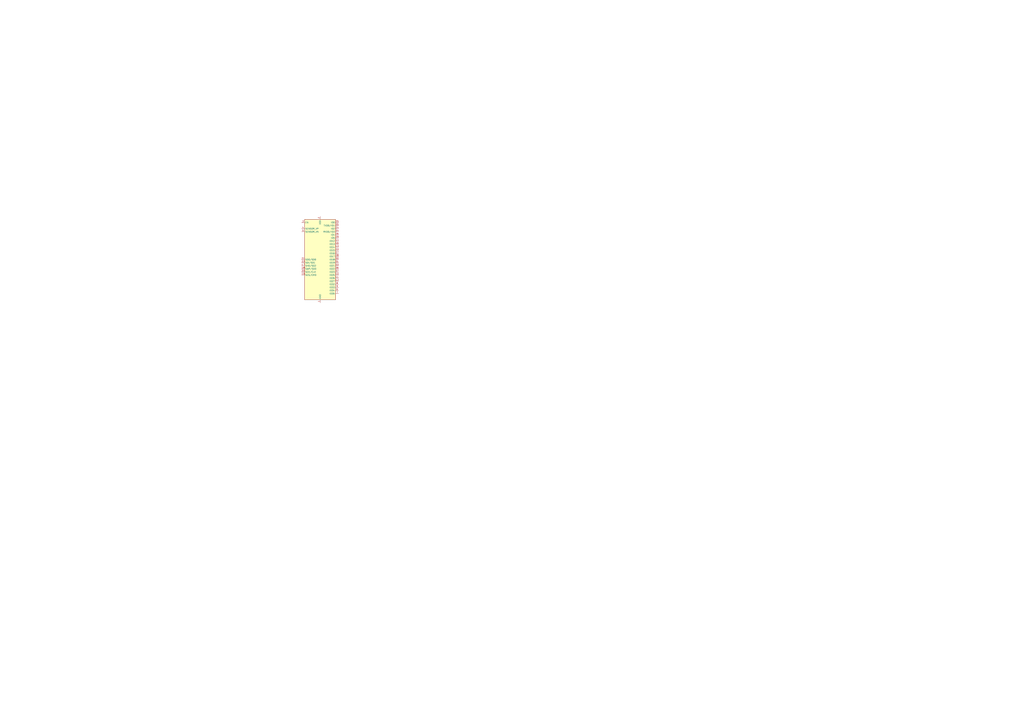
<source format=kicad_sch>
(kicad_sch (version 20211123) (generator eeschema)
  (paper "A1")
  (lib_symbols
    (symbol "RF_Module:ESP32-WROOM-32"
      (property "Reference" "U" (at -12.7 34.29 0))
      (property "Value" "ESP32-WROOM-32" (at 1.27 34.29 0))
      (symbol "ESP32-WROOM-32_0_1"
        (rectangle (start -12.7 33.02) (end 12.7 -33.02) (stroke (width 0.254)) (fill (type background)))
      )
      (symbol "ESP32-WROOM-32_1_1"
        (pin power_in line (at 0 -35.56 90) (length 2.54) (name "GND") (number "1"))
        (pin bidirectional line (at 15.24 -12.7 180) (length 2.54) (name "IO25") (number "10"))
        (pin bidirectional line (at 15.24 -15.24 180) (length 2.54) (name "IO26") (number "11"))
        (pin bidirectional line (at 15.24 -17.78 180) (length 2.54) (name "IO27") (number "12"))
        (pin bidirectional line (at 15.24 10.16 180) (length 2.54) (name "IO14") (number "13"))
        (pin bidirectional line (at 15.24 15.24 180) (length 2.54) (name "IO12") (number "14"))
        (pin passive line (at 0 -35.56 90) (length 2.54) hide (name "GND") (number "15"))
        (pin bidirectional line (at 15.24 12.7 180) (length 2.54) (name "IO13") (number "16"))
        (pin bidirectional line (at -15.24 -5.08 0) (length 2.54) (name "SHD/SD2") (number "17"))
        (pin bidirectional line (at -15.24 -7.62 0) (length 2.54) (name "SWP/SD3") (number "18"))
        (pin bidirectional line (at -15.24 -12.7 0) (length 2.54) (name "SCS/CMD") (number "19"))
        (pin power_in line (at 0 35.56 270) (length 2.54) (name "VDD") (number "2"))
        (pin bidirectional line (at -15.24 -10.16 0) (length 2.54) (name "SCK/CLK") (number "20"))
        (pin bidirectional line (at -15.24 0 0) (length 2.54) (name "SDO/SD0") (number "21"))
        (pin bidirectional line (at -15.24 -2.54 0) (length 2.54) (name "SDI/SD1") (number "22"))
        (pin bidirectional line (at 15.24 7.62 180) (length 2.54) (name "IO15") (number "23"))
        (pin bidirectional line (at 15.24 25.4 180) (length 2.54) (name "IO2") (number "24"))
        (pin bidirectional line (at 15.24 30.48 180) (length 2.54) (name "IO0") (number "25"))
        (pin bidirectional line (at 15.24 20.32 180) (length 2.54) (name "IO4") (number "26"))
        (pin bidirectional line (at 15.24 5.08 180) (length 2.54) (name "IO16") (number "27"))
        (pin bidirectional line (at 15.24 2.54 180) (length 2.54) (name "IO17") (number "28"))
        (pin bidirectional line (at 15.24 17.78 180) (length 2.54) (name "IO5") (number "29"))
        (pin input line (at -15.24 30.48 0) (length 2.54) (name "EN") (number "3"))
        (pin bidirectional line (at 15.24 0 180) (length 2.54) (name "IO18") (number "30"))
        (pin bidirectional line (at 15.24 -2.54 180) (length 2.54) (name "IO19") (number "31"))
        (pin no_connect line (at -12.7 -27.94 0) (length 2.54) hide (name "NC") (number "32"))
        (pin bidirectional line (at 15.24 -5.08 180) (length 2.54) (name "IO21") (number "33"))
        (pin bidirectional line (at 15.24 22.86 180) (length 2.54) (name "RXD0/IO3") (number "34"))
        (pin bidirectional line (at 15.24 27.94 180) (length 2.54) (name "TXD0/IO1") (number "35"))
        (pin bidirectional line (at 15.24 -7.62 180) (length 2.54) (name "IO22") (number "36"))
        (pin bidirectional line (at 15.24 -10.16 180) (length 2.54) (name "IO23") (number "37"))
        (pin passive line (at 0 -35.56 90) (length 2.54) hide (name "GND") (number "38"))
        (pin passive line (at 0 -35.56 90) (length 2.54) hide (name "GND") (number "39"))
        (pin input line (at -15.24 25.4 0) (length 2.54) (name "SENSOR_VP") (number "4"))
        (pin input line (at -15.24 22.86 0) (length 2.54) (name "SENSOR_VN") (number "5"))
        (pin input line (at 15.24 -25.4 180) (length 2.54) (name "IO34") (number "6"))
        (pin input line (at 15.24 -27.94 180) (length 2.54) (name "IO35") (number "7"))
        (pin bidirectional line (at 15.24 -20.32 180) (length 2.54) (name "IO32") (number "8"))
        (pin bidirectional line (at 15.24 -22.86 180) (length 2.54) (name "IO33") (number "9"))
      )
    )
  )
  (symbol (lib_id "RF_Module:ESP32-WROOM-32") (at 262.89 213.36 0) (unit 1)
    (property "Reference" "U0" (effects hide))
    (property "Datasheet" "https://www.espressif.com/sites/default/files/documentation/esp32-wroom-32_datasheet_en.pdf" (effects hide))
  )
)
</source>
